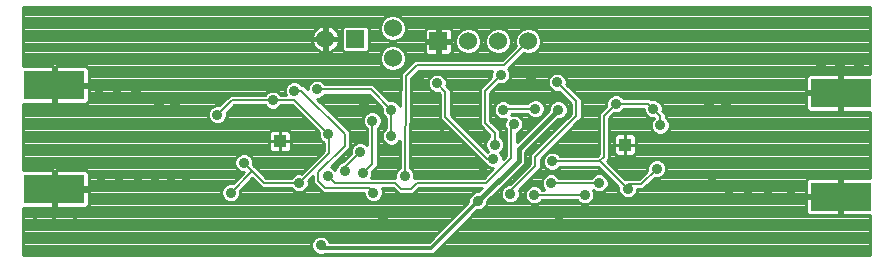
<source format=gbl>
G75*
G70*
%OFA0B0*%
%FSLAX24Y24*%
%IPPOS*%
%LPD*%
%AMOC8*
5,1,8,0,0,1.08239X$1,22.5*
%
%ADD10R,0.0436X0.0436*%
%ADD11R,0.0600X0.0600*%
%ADD12C,0.0600*%
%ADD13R,0.2000X0.0950*%
%ADD14C,0.0360*%
%ADD15C,0.0080*%
%ADD16C,0.0110*%
%ADD17C,0.0120*%
%ADD18C,0.0160*%
D10*
X009033Y004574D03*
X020541Y004460D03*
D11*
X014317Y007905D03*
X011557Y007985D03*
D12*
X010557Y007985D03*
X012797Y008345D03*
X015317Y007905D03*
X016317Y007905D03*
X017317Y007905D03*
X012797Y007345D03*
D13*
X001523Y006438D03*
X001523Y002979D03*
X027733Y002729D03*
X027733Y006188D03*
D14*
X025997Y006025D03*
X025317Y006025D03*
X024637Y006025D03*
X023917Y005825D03*
X023357Y005825D03*
X021717Y005105D03*
X021477Y005665D03*
X020237Y005825D03*
X018317Y005625D03*
X017557Y005665D03*
X016477Y005625D03*
X016837Y005145D03*
X016197Y004465D03*
X016157Y003985D03*
X015797Y003545D03*
X016717Y002825D03*
X017517Y002785D03*
X018077Y003185D03*
X019197Y002785D03*
X019677Y003185D03*
X020637Y002985D03*
X021597Y003665D03*
X023437Y003185D03*
X023997Y002945D03*
X024637Y002945D03*
X025317Y002945D03*
X026077Y002945D03*
X027077Y001825D03*
X027717Y001825D03*
X028357Y001825D03*
X022157Y001825D03*
X018357Y002105D03*
X015637Y002585D03*
X013197Y003425D03*
X011797Y003505D03*
X011197Y003585D03*
X010637Y003425D03*
X009677Y003185D03*
X007837Y003865D03*
X005917Y003425D03*
X005397Y003425D03*
X004877Y003425D03*
X004317Y003425D03*
X003677Y003185D03*
X003077Y003185D03*
X002197Y002145D03*
X001517Y002145D03*
X000877Y002145D03*
X007397Y002865D03*
X011717Y004225D03*
X012757Y004745D03*
X012117Y005265D03*
X012757Y005625D03*
X011837Y005825D03*
X010277Y006305D03*
X009517Y006265D03*
X008797Y005945D03*
X006957Y005465D03*
X005557Y005825D03*
X004997Y005825D03*
X004237Y006265D03*
X003597Y006305D03*
X002997Y006305D03*
X002157Y007305D03*
X001517Y007305D03*
X000877Y007305D03*
X007397Y006865D03*
X010657Y004805D03*
X014437Y004785D03*
X018117Y003905D03*
X012477Y002025D03*
X012157Y002865D03*
X010397Y001105D03*
X014277Y006505D03*
X013677Y006625D03*
X016397Y006785D03*
X017397Y006625D03*
X018277Y006545D03*
X022397Y008065D03*
X027077Y007065D03*
X027717Y007065D03*
X028357Y007065D03*
D15*
X021717Y005425D02*
X021717Y005105D01*
X021717Y005425D02*
X021477Y005665D01*
X021317Y005825D01*
X020237Y005825D01*
X019837Y005425D01*
X019837Y004065D01*
X019677Y003905D01*
X018117Y003905D01*
X019717Y003905D01*
X020637Y002985D01*
X020637Y003145D01*
X021077Y003145D01*
X021597Y003665D01*
X019677Y003185D02*
X018077Y003185D01*
X017517Y002785D02*
X019197Y002785D01*
X017557Y003745D02*
X016717Y002905D01*
X016717Y002825D01*
X015917Y003185D02*
X016757Y004025D01*
X016757Y005065D01*
X016837Y005145D01*
X016197Y004865D02*
X015877Y005185D01*
X015877Y006265D01*
X016397Y006785D01*
X016517Y007105D02*
X017317Y007905D01*
X016517Y007105D02*
X013597Y007105D01*
X013237Y006745D01*
X013197Y003425D01*
X012877Y003185D02*
X013077Y002985D01*
X013397Y002985D01*
X013597Y003185D01*
X015917Y003185D01*
X017557Y003745D02*
X017557Y004065D01*
X018917Y005425D01*
X018917Y005905D01*
X018277Y006545D01*
X017557Y005665D02*
X016517Y005665D01*
X016477Y005625D01*
X015957Y003985D02*
X014557Y005385D01*
X014557Y006225D01*
X014277Y006505D01*
X012757Y005625D02*
X012757Y004745D01*
X012117Y005265D02*
X012117Y003825D01*
X011797Y003505D01*
X011197Y003585D02*
X011197Y003705D01*
X011717Y004225D01*
X011197Y004425D02*
X010317Y003545D01*
X010317Y003265D01*
X010557Y003025D01*
X011997Y003025D01*
X012157Y002865D01*
X012877Y003185D02*
X010877Y003185D01*
X010637Y003425D01*
X010674Y004181D02*
X009677Y003185D01*
X008517Y003185D01*
X008117Y003585D01*
X007397Y002865D01*
X008117Y003585D02*
X007837Y003865D01*
X009517Y005945D02*
X010657Y004805D01*
X010677Y004785D01*
X010677Y004775D01*
X010674Y004771D01*
X010674Y004181D01*
X011197Y004425D02*
X011197Y004825D01*
X009757Y006265D01*
X009517Y006265D01*
X010277Y006305D02*
X012077Y006305D01*
X012757Y005625D01*
X009517Y005945D02*
X008797Y005945D01*
X007437Y005945D01*
X006957Y005465D01*
X015957Y003985D02*
X016157Y003985D01*
X016197Y004465D02*
X016197Y004865D01*
D16*
X000472Y002349D02*
X000472Y000780D01*
X028714Y000780D01*
X028714Y002099D01*
X027787Y002099D01*
X027787Y002674D01*
X027678Y002674D01*
X027678Y002099D01*
X026668Y002099D01*
X026578Y002189D01*
X026578Y002674D01*
X027677Y002674D01*
X027677Y002784D01*
X026578Y002784D01*
X026578Y003268D01*
X026668Y003359D01*
X027678Y003359D01*
X027678Y002784D01*
X027787Y002784D01*
X027787Y003359D01*
X028714Y003359D01*
X028714Y005558D01*
X027787Y005558D01*
X027787Y006133D01*
X027678Y006133D01*
X027678Y005558D01*
X026668Y005558D01*
X026578Y005649D01*
X026578Y006133D01*
X027677Y006133D01*
X027677Y006243D01*
X026578Y006243D01*
X026578Y006727D01*
X026668Y006818D01*
X027678Y006818D01*
X027678Y006243D01*
X027787Y006243D01*
X027787Y006818D01*
X028714Y006818D01*
X028714Y009040D01*
X000472Y009040D01*
X000472Y007068D01*
X001468Y007068D01*
X001468Y006493D01*
X001577Y006493D01*
X001577Y007068D01*
X002587Y007068D01*
X002678Y006977D01*
X002678Y006493D01*
X001578Y006493D01*
X001578Y006383D01*
X002678Y006383D01*
X002678Y005899D01*
X002587Y005808D01*
X001577Y005808D01*
X001577Y006383D01*
X001468Y006383D01*
X001468Y005808D01*
X000472Y005808D01*
X000472Y003609D01*
X001468Y003609D01*
X001468Y003034D01*
X001577Y003034D01*
X001577Y003609D01*
X002587Y003609D01*
X002678Y003518D01*
X002678Y003034D01*
X001578Y003034D01*
X001578Y002924D01*
X002678Y002924D01*
X002678Y002439D01*
X002587Y002349D01*
X001577Y002349D01*
X001577Y002924D01*
X001468Y002924D01*
X001468Y002349D01*
X000472Y002349D01*
X000472Y002288D02*
X015065Y002288D01*
X014956Y002180D02*
X000472Y002180D01*
X000472Y002071D02*
X014848Y002071D01*
X014739Y001963D02*
X000472Y001963D01*
X000472Y001854D02*
X014631Y001854D01*
X014522Y001746D02*
X000472Y001746D01*
X000472Y001637D02*
X014414Y001637D01*
X014305Y001529D02*
X000472Y001529D01*
X000472Y001420D02*
X014197Y001420D01*
X014088Y001311D02*
X010635Y001311D01*
X010664Y001283D02*
X010575Y001372D01*
X010459Y001420D01*
X010334Y001420D01*
X010218Y001372D01*
X010130Y001283D01*
X010082Y001167D01*
X010082Y001042D01*
X010130Y000926D01*
X010218Y000838D01*
X010334Y000790D01*
X010459Y000790D01*
X010556Y000830D01*
X010558Y000830D01*
X013996Y000830D01*
X014158Y000830D01*
X015598Y002270D01*
X015699Y002270D01*
X015815Y002318D01*
X015904Y002406D01*
X015952Y002522D01*
X015952Y002591D01*
X017084Y003690D01*
X017086Y003690D01*
X017148Y003751D01*
X017210Y003812D01*
X017210Y003814D01*
X017212Y003815D01*
X017212Y003903D01*
X017213Y003990D01*
X017212Y003992D01*
X017212Y004215D01*
X018306Y005310D01*
X018379Y005310D01*
X018495Y005358D01*
X018584Y005446D01*
X018632Y005562D01*
X018632Y005687D01*
X018584Y005803D01*
X018495Y005892D01*
X018379Y005940D01*
X018254Y005940D01*
X018138Y005892D01*
X018050Y005803D01*
X018002Y005687D01*
X018002Y005614D01*
X016932Y004544D01*
X016932Y004843D01*
X017015Y004878D01*
X017104Y004966D01*
X017152Y005082D01*
X017152Y005207D01*
X017104Y005323D01*
X017015Y005412D01*
X016899Y005460D01*
X016774Y005460D01*
X016744Y005447D01*
X016762Y005490D01*
X017288Y005490D01*
X017290Y005486D01*
X017378Y005398D01*
X017494Y005350D01*
X017619Y005350D01*
X017735Y005398D01*
X017824Y005486D01*
X017872Y005602D01*
X017872Y005727D01*
X017824Y005843D01*
X017735Y005932D01*
X017619Y005980D01*
X017494Y005980D01*
X017378Y005932D01*
X017290Y005843D01*
X017288Y005840D01*
X016707Y005840D01*
X016655Y005892D01*
X016539Y005940D01*
X016414Y005940D01*
X016298Y005892D01*
X016210Y005803D01*
X016162Y005687D01*
X016162Y005562D01*
X016210Y005446D01*
X016298Y005358D01*
X016414Y005310D01*
X016539Y005310D01*
X016569Y005322D01*
X016522Y005207D01*
X016522Y005082D01*
X016570Y004966D01*
X016582Y004954D01*
X016582Y004097D01*
X016472Y003987D01*
X016472Y004047D01*
X016424Y004163D01*
X016382Y004205D01*
X016464Y004286D01*
X016512Y004402D01*
X016512Y004527D01*
X016464Y004643D01*
X016375Y004732D01*
X016372Y004733D01*
X016372Y004792D01*
X016372Y004937D01*
X016052Y005257D01*
X016052Y006192D01*
X016331Y006471D01*
X016334Y006470D01*
X016459Y006470D01*
X016575Y006518D01*
X016664Y006606D01*
X016712Y006722D01*
X016712Y006847D01*
X018184Y006847D01*
X018214Y006860D02*
X018098Y006812D01*
X018010Y006723D01*
X017962Y006607D01*
X017962Y006482D01*
X018010Y006366D01*
X018098Y006278D01*
X018214Y006230D01*
X018339Y006230D01*
X018343Y006231D01*
X018742Y005832D01*
X018742Y005497D01*
X017382Y004137D01*
X017382Y003992D01*
X017382Y003817D01*
X016704Y003140D01*
X016654Y003140D01*
X016538Y003092D01*
X016450Y003003D01*
X016402Y002887D01*
X016402Y002762D01*
X016450Y002646D01*
X016538Y002558D01*
X016654Y002510D01*
X016779Y002510D01*
X016895Y002558D01*
X016984Y002646D01*
X017032Y002762D01*
X017032Y002887D01*
X017007Y002947D01*
X017629Y003570D01*
X017732Y003672D01*
X017732Y003992D01*
X018989Y005250D01*
X019092Y005352D01*
X019092Y005832D01*
X019092Y005977D01*
X018590Y006478D01*
X018592Y006482D01*
X018592Y006607D01*
X018544Y006723D01*
X018455Y006812D01*
X018339Y006860D01*
X018214Y006860D01*
X018369Y006847D02*
X028714Y006847D01*
X028714Y006956D02*
X016667Y006956D01*
X016664Y006963D02*
X016643Y006984D01*
X017159Y007499D01*
X017230Y007470D01*
X017403Y007470D01*
X017563Y007536D01*
X017686Y007658D01*
X017752Y007818D01*
X017752Y007991D01*
X017686Y008151D01*
X017563Y008273D01*
X017403Y008340D01*
X017230Y008340D01*
X017070Y008273D01*
X016948Y008151D01*
X016882Y007991D01*
X016882Y007818D01*
X016911Y007747D01*
X016444Y007280D01*
X013524Y007280D01*
X013422Y007177D01*
X013114Y006869D01*
X013063Y006819D01*
X013063Y006818D01*
X013062Y006817D01*
X013062Y006747D01*
X013050Y005740D01*
X013024Y005803D01*
X012935Y005892D01*
X012819Y005940D01*
X012694Y005940D01*
X012691Y005938D01*
X012149Y006480D01*
X012004Y006480D01*
X010545Y006480D01*
X010544Y006483D01*
X010455Y006572D01*
X010339Y006620D01*
X010214Y006620D01*
X010098Y006572D01*
X010010Y006483D01*
X009962Y006367D01*
X009962Y006307D01*
X009829Y006440D01*
X009785Y006440D01*
X009784Y006443D01*
X009695Y006532D01*
X009579Y006580D01*
X009454Y006580D01*
X009338Y006532D01*
X009250Y006443D01*
X009202Y006327D01*
X009202Y006202D01*
X009236Y006120D01*
X009065Y006120D01*
X009064Y006123D01*
X008975Y006212D01*
X008859Y006260D01*
X008734Y006260D01*
X008618Y006212D01*
X008530Y006123D01*
X008528Y006120D01*
X007364Y006120D01*
X007262Y006017D01*
X007023Y005778D01*
X007019Y005780D01*
X006894Y005780D01*
X006778Y005732D01*
X006690Y005643D01*
X006642Y005527D01*
X006642Y005402D01*
X006690Y005286D01*
X006778Y005198D01*
X006894Y005150D01*
X007019Y005150D01*
X007135Y005198D01*
X007224Y005286D01*
X007272Y005402D01*
X007272Y005527D01*
X007270Y005531D01*
X007509Y005770D01*
X008528Y005770D01*
X008530Y005766D01*
X008618Y005678D01*
X008734Y005630D01*
X008859Y005630D01*
X008975Y005678D01*
X009064Y005766D01*
X009065Y005770D01*
X009444Y005770D01*
X010343Y004871D01*
X010342Y004867D01*
X010342Y004742D01*
X010390Y004626D01*
X010478Y004538D01*
X010499Y004529D01*
X010499Y004254D01*
X009743Y003498D01*
X009739Y003500D01*
X009614Y003500D01*
X009498Y003452D01*
X009410Y003363D01*
X009408Y003360D01*
X008589Y003360D01*
X008292Y003657D01*
X008189Y003760D01*
X008150Y003798D01*
X008152Y003802D01*
X008152Y003927D01*
X008104Y004043D01*
X008015Y004132D01*
X007899Y004180D01*
X007774Y004180D01*
X007658Y004132D01*
X007570Y004043D01*
X007522Y003927D01*
X007522Y003802D01*
X007570Y003686D01*
X007658Y003598D01*
X007774Y003550D01*
X007834Y003550D01*
X007463Y003178D01*
X007459Y003180D01*
X007334Y003180D01*
X007218Y003132D01*
X007130Y003043D01*
X007082Y002927D01*
X007082Y002802D01*
X007130Y002686D01*
X007218Y002598D01*
X007334Y002550D01*
X007459Y002550D01*
X007575Y002598D01*
X007664Y002686D01*
X007712Y002802D01*
X007712Y002927D01*
X007710Y002931D01*
X008117Y003337D01*
X008342Y003112D01*
X008444Y003010D01*
X009408Y003010D01*
X009410Y003006D01*
X009498Y002918D01*
X009614Y002870D01*
X009739Y002870D01*
X009855Y002918D01*
X009944Y003006D01*
X009992Y003122D01*
X009992Y003247D01*
X009990Y003251D01*
X010142Y003402D01*
X010142Y003337D01*
X010142Y003192D01*
X010382Y002952D01*
X010484Y002850D01*
X011842Y002850D01*
X011842Y002802D01*
X011890Y002686D01*
X011978Y002598D01*
X012094Y002550D01*
X012219Y002550D01*
X012335Y002598D01*
X012424Y002686D01*
X012472Y002802D01*
X012472Y002927D01*
X012438Y003010D01*
X012804Y003010D01*
X012902Y002912D01*
X013004Y002810D01*
X013324Y002810D01*
X013469Y002810D01*
X013669Y003010D01*
X015766Y003010D01*
X015653Y002900D01*
X015574Y002900D01*
X015458Y002852D01*
X015370Y002763D01*
X015322Y002647D01*
X015322Y002545D01*
X013996Y001220D01*
X010690Y001220D01*
X010664Y001283D01*
X010158Y001311D02*
X000472Y001311D01*
X000472Y001203D02*
X010097Y001203D01*
X010082Y001094D02*
X000472Y001094D01*
X000472Y000986D02*
X010105Y000986D01*
X010179Y000877D02*
X000472Y000877D01*
X001468Y002397D02*
X001577Y002397D01*
X001577Y002505D02*
X001468Y002505D01*
X001468Y002614D02*
X001577Y002614D01*
X001577Y002723D02*
X001468Y002723D01*
X001468Y002831D02*
X001577Y002831D01*
X001578Y002940D02*
X007087Y002940D01*
X007082Y002831D02*
X002678Y002831D01*
X002678Y002723D02*
X007115Y002723D01*
X007202Y002614D02*
X002678Y002614D01*
X002678Y002505D02*
X015282Y002505D01*
X015322Y002614D02*
X012352Y002614D01*
X012439Y002723D02*
X015353Y002723D01*
X015438Y002831D02*
X013491Y002831D01*
X013599Y002940D02*
X015694Y002940D01*
X016200Y002831D02*
X016402Y002831D01*
X016418Y002723D02*
X016088Y002723D01*
X015976Y002614D02*
X016482Y002614D01*
X016952Y002614D02*
X017246Y002614D01*
X017250Y002606D02*
X017338Y002518D01*
X017454Y002470D01*
X017579Y002470D01*
X017695Y002518D01*
X017784Y002606D01*
X017785Y002610D01*
X018928Y002610D01*
X018930Y002606D01*
X019018Y002518D01*
X019134Y002470D01*
X019259Y002470D01*
X019375Y002518D01*
X019464Y002606D01*
X019512Y002722D01*
X019512Y002847D01*
X019472Y002944D01*
X019498Y002918D01*
X019614Y002870D01*
X019739Y002870D01*
X019855Y002918D01*
X019944Y003006D01*
X019992Y003122D01*
X019992Y003247D01*
X019944Y003363D01*
X019855Y003452D01*
X019739Y003500D01*
X019614Y003500D01*
X019498Y003452D01*
X019410Y003363D01*
X019408Y003360D01*
X018345Y003360D01*
X018344Y003363D01*
X018255Y003452D01*
X018139Y003500D01*
X018014Y003500D01*
X017898Y003452D01*
X017810Y003363D01*
X017762Y003247D01*
X017762Y003122D01*
X017810Y003006D01*
X017856Y002960D01*
X017785Y002960D01*
X017784Y002963D01*
X017695Y003052D01*
X017579Y003100D01*
X017454Y003100D01*
X017338Y003052D01*
X017250Y002963D01*
X017202Y002847D01*
X017202Y002722D01*
X017250Y002606D01*
X017202Y002723D02*
X017016Y002723D01*
X017032Y002831D02*
X017202Y002831D01*
X017240Y002940D02*
X017010Y002940D01*
X017108Y003048D02*
X017335Y003048D01*
X017216Y003157D02*
X017762Y003157D01*
X017769Y003265D02*
X017325Y003265D01*
X017434Y003374D02*
X017821Y003374D01*
X017973Y003482D02*
X017542Y003482D01*
X017651Y003591D02*
X018051Y003591D01*
X018054Y003590D02*
X018179Y003590D01*
X018295Y003638D01*
X018384Y003726D01*
X018385Y003730D01*
X019604Y003730D01*
X019644Y003730D01*
X020323Y003051D01*
X020322Y003047D01*
X020322Y002922D01*
X020370Y002806D01*
X020458Y002718D01*
X020574Y002670D01*
X020699Y002670D01*
X020815Y002718D01*
X020904Y002806D01*
X020952Y002922D01*
X020952Y002970D01*
X021149Y002970D01*
X021252Y003072D01*
X021531Y003351D01*
X021534Y003350D01*
X021659Y003350D01*
X021775Y003398D01*
X021864Y003486D01*
X021912Y003602D01*
X021912Y003727D01*
X021864Y003843D01*
X021775Y003932D01*
X021659Y003980D01*
X021534Y003980D01*
X021418Y003932D01*
X021330Y003843D01*
X021282Y003727D01*
X021282Y003602D01*
X021283Y003598D01*
X021004Y003320D01*
X020709Y003320D01*
X020564Y003320D01*
X020557Y003312D01*
X019944Y003925D01*
X020012Y003992D01*
X020012Y005352D01*
X020171Y005511D01*
X020174Y005510D01*
X020299Y005510D01*
X020415Y005558D01*
X020504Y005646D01*
X020505Y005650D01*
X021162Y005650D01*
X021162Y005602D01*
X021210Y005486D01*
X021298Y005398D01*
X021414Y005350D01*
X021516Y005350D01*
X021450Y005283D01*
X021402Y005167D01*
X021402Y005042D01*
X021450Y004926D01*
X021538Y004838D01*
X021654Y004790D01*
X021779Y004790D01*
X021895Y004838D01*
X021984Y004926D01*
X022032Y005042D01*
X022032Y005167D01*
X021984Y005283D01*
X021895Y005372D01*
X021892Y005373D01*
X021892Y005497D01*
X021790Y005598D01*
X021792Y005602D01*
X021792Y005727D01*
X021744Y005843D01*
X021655Y005932D01*
X021539Y005980D01*
X021414Y005980D01*
X021411Y005978D01*
X021389Y006000D01*
X021244Y006000D01*
X020505Y006000D01*
X020504Y006003D01*
X020415Y006092D01*
X020299Y006140D01*
X020174Y006140D01*
X020058Y006092D01*
X019970Y006003D01*
X019922Y005887D01*
X019922Y005762D01*
X019923Y005758D01*
X019662Y005497D01*
X019662Y005352D01*
X019662Y004137D01*
X019604Y004080D01*
X018385Y004080D01*
X018384Y004083D01*
X018295Y004172D01*
X018179Y004220D01*
X018054Y004220D01*
X017938Y004172D01*
X017850Y004083D01*
X017802Y003967D01*
X017802Y003842D01*
X017850Y003726D01*
X017938Y003638D01*
X018054Y003590D01*
X018183Y003591D02*
X019783Y003591D01*
X019781Y003482D02*
X019892Y003482D01*
X019933Y003374D02*
X020000Y003374D01*
X019984Y003265D02*
X020109Y003265D01*
X020217Y003157D02*
X019992Y003157D01*
X019961Y003048D02*
X020322Y003048D01*
X020322Y002940D02*
X019877Y002940D01*
X019512Y002831D02*
X020359Y002831D01*
X020453Y002723D02*
X019512Y002723D01*
X019467Y002614D02*
X026578Y002614D01*
X026578Y002505D02*
X019346Y002505D01*
X019047Y002505D02*
X017666Y002505D01*
X017367Y002505D02*
X015945Y002505D01*
X015895Y002397D02*
X026578Y002397D01*
X026578Y002288D02*
X015745Y002288D01*
X015508Y002180D02*
X026587Y002180D01*
X027678Y002180D02*
X027787Y002180D01*
X027787Y002288D02*
X027678Y002288D01*
X027678Y002397D02*
X027787Y002397D01*
X027787Y002505D02*
X027678Y002505D01*
X027678Y002614D02*
X027787Y002614D01*
X027677Y002723D02*
X020820Y002723D01*
X020914Y002831D02*
X026578Y002831D01*
X026578Y002940D02*
X020952Y002940D01*
X021228Y003048D02*
X026578Y003048D01*
X026578Y003157D02*
X021336Y003157D01*
X021445Y003265D02*
X026578Y003265D01*
X027678Y003265D02*
X027787Y003265D01*
X027787Y003157D02*
X027678Y003157D01*
X027678Y003048D02*
X027787Y003048D01*
X027787Y002940D02*
X027678Y002940D01*
X027678Y002831D02*
X027787Y002831D01*
X028714Y003374D02*
X021718Y003374D01*
X021860Y003482D02*
X028714Y003482D01*
X028714Y003591D02*
X021907Y003591D01*
X021912Y003699D02*
X028714Y003699D01*
X028714Y003808D02*
X021878Y003808D01*
X021790Y003917D02*
X028714Y003917D01*
X028714Y004025D02*
X020012Y004025D01*
X020012Y004134D02*
X020212Y004134D01*
X020168Y004178D02*
X020259Y004087D01*
X020537Y004087D01*
X020537Y004456D01*
X020545Y004456D01*
X020545Y004087D01*
X020823Y004087D01*
X020914Y004178D01*
X020914Y004456D01*
X020545Y004456D01*
X020545Y004464D01*
X020914Y004464D01*
X020914Y004743D01*
X020823Y004833D01*
X020545Y004833D01*
X020545Y004465D01*
X020537Y004465D01*
X020537Y004833D01*
X020259Y004833D01*
X020168Y004743D01*
X020168Y004464D01*
X020537Y004464D01*
X020537Y004456D01*
X020168Y004456D01*
X020168Y004178D01*
X020168Y004242D02*
X020012Y004242D01*
X020012Y004351D02*
X020168Y004351D01*
X020012Y004459D02*
X020537Y004459D01*
X020545Y004459D02*
X028714Y004459D01*
X028714Y004351D02*
X020914Y004351D01*
X020914Y004242D02*
X028714Y004242D01*
X028714Y004134D02*
X020870Y004134D01*
X020545Y004134D02*
X020537Y004134D01*
X020537Y004242D02*
X020545Y004242D01*
X020537Y004351D02*
X020545Y004351D01*
X020537Y004568D02*
X020545Y004568D01*
X020537Y004676D02*
X020545Y004676D01*
X020537Y004785D02*
X020545Y004785D01*
X020872Y004785D02*
X028714Y004785D01*
X028714Y004893D02*
X021951Y004893D01*
X022015Y005002D02*
X028714Y005002D01*
X028714Y005111D02*
X022032Y005111D01*
X022010Y005219D02*
X028714Y005219D01*
X028714Y005328D02*
X021939Y005328D01*
X021892Y005436D02*
X028714Y005436D01*
X028714Y005545D02*
X021844Y005545D01*
X021792Y005653D02*
X026578Y005653D01*
X026578Y005762D02*
X021778Y005762D01*
X021717Y005870D02*
X026578Y005870D01*
X026578Y005979D02*
X021541Y005979D01*
X021413Y005979D02*
X021410Y005979D01*
X020419Y006087D02*
X026578Y006087D01*
X026578Y006304D02*
X018764Y006304D01*
X018873Y006196D02*
X027677Y006196D01*
X027678Y006304D02*
X027787Y006304D01*
X027787Y006413D02*
X027678Y006413D01*
X027678Y006522D02*
X027787Y006522D01*
X027787Y006630D02*
X027678Y006630D01*
X027678Y006739D02*
X027787Y006739D01*
X028714Y007064D02*
X016724Y007064D01*
X016664Y006963D02*
X016712Y006847D01*
X016712Y006739D02*
X018025Y006739D01*
X017971Y006630D02*
X016674Y006630D01*
X016579Y006522D02*
X017962Y006522D01*
X017990Y006413D02*
X016273Y006413D01*
X016164Y006304D02*
X018071Y006304D01*
X018378Y006196D02*
X016056Y006196D01*
X016052Y006087D02*
X018486Y006087D01*
X018595Y005979D02*
X017621Y005979D01*
X017493Y005979D02*
X016052Y005979D01*
X016052Y005870D02*
X016277Y005870D01*
X016193Y005762D02*
X016052Y005762D01*
X016052Y005653D02*
X016162Y005653D01*
X016169Y005545D02*
X016052Y005545D01*
X016052Y005436D02*
X016220Y005436D01*
X016371Y005328D02*
X016052Y005328D01*
X016090Y005219D02*
X016527Y005219D01*
X016522Y005111D02*
X016198Y005111D01*
X016022Y004792D02*
X015804Y005010D01*
X015702Y005112D01*
X015702Y006192D01*
X015702Y006337D01*
X016083Y006718D01*
X016082Y006722D01*
X016082Y006847D01*
X013587Y006847D01*
X013669Y006930D02*
X016116Y006930D01*
X016082Y006847D01*
X016082Y006739D02*
X014488Y006739D01*
X014455Y006772D02*
X014339Y006820D01*
X014214Y006820D01*
X014098Y006772D01*
X014010Y006683D01*
X013962Y006567D01*
X013962Y006442D01*
X014010Y006326D01*
X014098Y006238D01*
X014214Y006190D01*
X014339Y006190D01*
X014343Y006191D01*
X014382Y006152D01*
X014382Y005312D01*
X014484Y005210D01*
X015884Y003810D01*
X015888Y003810D01*
X015890Y003806D01*
X015978Y003718D01*
X016094Y003670D01*
X016154Y003670D01*
X015844Y003360D01*
X013524Y003360D01*
X013501Y003336D01*
X013512Y003362D01*
X013512Y003487D01*
X013464Y003603D01*
X013375Y003692D01*
X013411Y006671D01*
X013669Y006930D01*
X013309Y007064D02*
X013132Y007064D01*
X013166Y007098D02*
X013232Y007258D01*
X013232Y007431D01*
X013166Y007591D01*
X013043Y007713D01*
X012883Y007780D01*
X012710Y007780D01*
X012550Y007713D01*
X012428Y007591D01*
X012362Y007431D01*
X012362Y007258D01*
X012428Y007098D01*
X012550Y006976D01*
X012710Y006910D01*
X012883Y006910D01*
X013043Y006976D01*
X013166Y007098D01*
X013196Y007173D02*
X013418Y007173D01*
X013232Y007281D02*
X016446Y007281D01*
X016555Y007390D02*
X013232Y007390D01*
X013204Y007498D02*
X013904Y007498D01*
X013862Y007540D02*
X013953Y007450D01*
X014272Y007450D01*
X014272Y007859D01*
X014362Y007859D01*
X014362Y007450D01*
X014681Y007450D01*
X014772Y007540D01*
X014772Y007859D01*
X014362Y007859D01*
X014362Y007950D01*
X014272Y007950D01*
X014272Y008360D01*
X013953Y008360D01*
X013862Y008269D01*
X013862Y007950D01*
X014272Y007950D01*
X014272Y007859D01*
X013862Y007859D01*
X013862Y007540D01*
X013862Y007607D02*
X013150Y007607D01*
X013038Y007716D02*
X013862Y007716D01*
X013862Y007824D02*
X011992Y007824D01*
X011992Y007716D02*
X012556Y007716D01*
X012444Y007607D02*
X011970Y007607D01*
X011992Y007629D02*
X011992Y008340D01*
X011913Y008420D01*
X011201Y008420D01*
X011122Y008340D01*
X011122Y007629D01*
X011201Y007550D01*
X011913Y007550D01*
X011992Y007629D01*
X012390Y007498D02*
X000472Y007498D01*
X000472Y007390D02*
X012362Y007390D01*
X012362Y007281D02*
X000472Y007281D01*
X000472Y007173D02*
X012397Y007173D01*
X012462Y007064D02*
X002591Y007064D01*
X002678Y006956D02*
X012599Y006956D01*
X012995Y006956D02*
X013201Y006956D01*
X013091Y006847D02*
X002678Y006847D01*
X002678Y006739D02*
X013062Y006739D01*
X013060Y006630D02*
X002678Y006630D01*
X002678Y006522D02*
X009328Y006522D01*
X009237Y006413D02*
X001578Y006413D01*
X001577Y006522D02*
X001468Y006522D01*
X001468Y006630D02*
X001577Y006630D01*
X001577Y006739D02*
X001468Y006739D01*
X001468Y006847D02*
X001577Y006847D01*
X001577Y006956D02*
X001468Y006956D01*
X001468Y007064D02*
X001577Y007064D01*
X000472Y007607D02*
X010291Y007607D01*
X010299Y007599D02*
X010466Y007530D01*
X010512Y007530D01*
X010512Y007939D01*
X010602Y007939D01*
X010602Y007530D01*
X010647Y007530D01*
X010815Y007599D01*
X010943Y007727D01*
X011012Y007894D01*
X011012Y007939D01*
X010602Y007939D01*
X010602Y008030D01*
X010512Y008030D01*
X010512Y008440D01*
X010466Y008440D01*
X010299Y008370D01*
X010171Y008242D01*
X010102Y008075D01*
X010102Y008030D01*
X010512Y008030D01*
X010512Y007939D01*
X010102Y007939D01*
X010102Y007894D01*
X010171Y007727D01*
X010299Y007599D01*
X010512Y007607D02*
X010602Y007607D01*
X010602Y007716D02*
X010512Y007716D01*
X010512Y007824D02*
X010602Y007824D01*
X010602Y007933D02*
X010512Y007933D01*
X010512Y008041D02*
X010602Y008041D01*
X010602Y008030D02*
X010602Y008440D01*
X010647Y008440D01*
X010815Y008370D01*
X010943Y008242D01*
X011012Y008075D01*
X011012Y008030D01*
X010602Y008030D01*
X010602Y008150D02*
X010512Y008150D01*
X010512Y008258D02*
X010602Y008258D01*
X010602Y008367D02*
X010512Y008367D01*
X010296Y008367D02*
X000472Y008367D01*
X000472Y008475D02*
X012380Y008475D01*
X012362Y008431D02*
X012362Y008258D01*
X012428Y008098D01*
X012550Y007976D01*
X012710Y007910D01*
X012883Y007910D01*
X013043Y007976D01*
X013166Y008098D01*
X013232Y008258D01*
X013232Y008431D01*
X013166Y008591D01*
X013043Y008713D01*
X012883Y008780D01*
X012710Y008780D01*
X012550Y008713D01*
X012428Y008591D01*
X012362Y008431D01*
X012362Y008367D02*
X011965Y008367D01*
X011992Y008258D02*
X012362Y008258D01*
X012407Y008150D02*
X011992Y008150D01*
X011992Y008041D02*
X012485Y008041D01*
X012655Y007933D02*
X011992Y007933D01*
X011122Y007933D02*
X011012Y007933D01*
X011012Y008041D02*
X011122Y008041D01*
X011122Y008150D02*
X010981Y008150D01*
X010927Y008258D02*
X011122Y008258D01*
X011148Y008367D02*
X010818Y008367D01*
X010187Y008258D02*
X000472Y008258D01*
X000472Y008150D02*
X010133Y008150D01*
X010102Y008041D02*
X000472Y008041D01*
X000472Y007933D02*
X010102Y007933D01*
X010131Y007824D02*
X000472Y007824D01*
X000472Y007716D02*
X010182Y007716D01*
X010823Y007607D02*
X011143Y007607D01*
X011122Y007716D02*
X010931Y007716D01*
X010983Y007824D02*
X011122Y007824D01*
X012939Y007933D02*
X014272Y007933D01*
X014362Y007933D02*
X014882Y007933D01*
X014882Y007991D02*
X014882Y007818D01*
X014948Y007658D01*
X015070Y007536D01*
X015230Y007470D01*
X015403Y007470D01*
X015563Y007536D01*
X015686Y007658D01*
X015752Y007818D01*
X015752Y007991D01*
X015686Y008151D01*
X015563Y008273D01*
X015403Y008340D01*
X015230Y008340D01*
X015070Y008273D01*
X014948Y008151D01*
X014882Y007991D01*
X014903Y008041D02*
X014772Y008041D01*
X014772Y007950D02*
X014362Y007950D01*
X014362Y008360D01*
X014681Y008360D01*
X014772Y008269D01*
X014772Y007950D01*
X014772Y007824D02*
X014882Y007824D01*
X014924Y007716D02*
X014772Y007716D01*
X014772Y007607D02*
X014999Y007607D01*
X015161Y007498D02*
X014730Y007498D01*
X014362Y007498D02*
X014272Y007498D01*
X014272Y007607D02*
X014362Y007607D01*
X014362Y007716D02*
X014272Y007716D01*
X014272Y007824D02*
X014362Y007824D01*
X014362Y008041D02*
X014272Y008041D01*
X014272Y008150D02*
X014362Y008150D01*
X014362Y008258D02*
X014272Y008258D01*
X014772Y008258D02*
X015055Y008258D01*
X014948Y008150D02*
X014772Y008150D01*
X015578Y008258D02*
X016055Y008258D01*
X016070Y008273D02*
X015948Y008151D01*
X015882Y007991D01*
X015882Y007818D01*
X015948Y007658D01*
X016070Y007536D01*
X016230Y007470D01*
X016403Y007470D01*
X016563Y007536D01*
X016686Y007658D01*
X016752Y007818D01*
X016752Y007991D01*
X016686Y008151D01*
X016563Y008273D01*
X016403Y008340D01*
X016230Y008340D01*
X016070Y008273D01*
X015948Y008150D02*
X015686Y008150D01*
X015731Y008041D02*
X015903Y008041D01*
X015882Y007933D02*
X015752Y007933D01*
X015752Y007824D02*
X015882Y007824D01*
X015924Y007716D02*
X015709Y007716D01*
X015634Y007607D02*
X015999Y007607D01*
X016161Y007498D02*
X015473Y007498D01*
X016473Y007498D02*
X016663Y007498D01*
X017050Y007390D02*
X028714Y007390D01*
X028714Y007498D02*
X017473Y007498D01*
X017161Y007498D02*
X017158Y007498D01*
X016941Y007281D02*
X028714Y007281D01*
X028714Y007173D02*
X016833Y007173D01*
X016772Y007607D02*
X016634Y007607D01*
X016709Y007716D02*
X016880Y007716D01*
X016882Y007824D02*
X016752Y007824D01*
X016752Y007933D02*
X016882Y007933D01*
X016903Y008041D02*
X016731Y008041D01*
X016686Y008150D02*
X016948Y008150D01*
X017055Y008258D02*
X016578Y008258D01*
X017578Y008258D02*
X028714Y008258D01*
X028714Y008150D02*
X017686Y008150D01*
X017731Y008041D02*
X028714Y008041D01*
X028714Y007933D02*
X017752Y007933D01*
X017752Y007824D02*
X028714Y007824D01*
X028714Y007716D02*
X017709Y007716D01*
X017634Y007607D02*
X028714Y007607D01*
X028714Y008367D02*
X013232Y008367D01*
X013232Y008258D02*
X013862Y008258D01*
X013862Y008150D02*
X013187Y008150D01*
X013109Y008041D02*
X013862Y008041D01*
X013214Y008475D02*
X028714Y008475D01*
X028714Y008584D02*
X013169Y008584D01*
X013064Y008692D02*
X028714Y008692D01*
X028714Y008801D02*
X000472Y008801D01*
X000472Y008692D02*
X012530Y008692D01*
X012425Y008584D02*
X000472Y008584D01*
X000472Y008910D02*
X028714Y008910D01*
X028714Y009018D02*
X000472Y009018D01*
X001468Y006304D02*
X001577Y006304D01*
X001577Y006196D02*
X001468Y006196D01*
X001468Y006087D02*
X001577Y006087D01*
X001577Y005979D02*
X001468Y005979D01*
X001468Y005870D02*
X001577Y005870D01*
X002649Y005870D02*
X007115Y005870D01*
X007224Y005979D02*
X002678Y005979D01*
X002678Y006087D02*
X007332Y006087D01*
X007262Y006017D02*
X007262Y006017D01*
X007501Y005762D02*
X008534Y005762D01*
X008677Y005653D02*
X007393Y005653D01*
X007284Y005545D02*
X009669Y005545D01*
X009561Y005653D02*
X008917Y005653D01*
X009060Y005762D02*
X009452Y005762D01*
X009778Y005436D02*
X007272Y005436D01*
X007241Y005328D02*
X009886Y005328D01*
X009995Y005219D02*
X007157Y005219D01*
X006757Y005219D02*
X000472Y005219D01*
X000472Y005111D02*
X010103Y005111D01*
X010212Y005002D02*
X000472Y005002D01*
X000472Y004893D02*
X008697Y004893D01*
X008660Y004857D02*
X008660Y004579D01*
X009029Y004579D01*
X009029Y004948D01*
X008751Y004948D01*
X008660Y004857D01*
X008660Y004785D02*
X000472Y004785D01*
X000472Y004676D02*
X008660Y004676D01*
X008660Y004570D02*
X008660Y004292D01*
X008751Y004201D01*
X009029Y004201D01*
X009029Y004570D01*
X009037Y004570D01*
X009037Y004201D01*
X009316Y004201D01*
X009406Y004292D01*
X009406Y004570D01*
X009038Y004570D01*
X009038Y004579D01*
X009406Y004579D01*
X009406Y004857D01*
X009316Y004948D01*
X009037Y004948D01*
X009037Y004579D01*
X009029Y004579D01*
X009029Y004570D01*
X008660Y004570D01*
X008660Y004568D02*
X000472Y004568D01*
X000472Y004459D02*
X008660Y004459D01*
X008660Y004351D02*
X000472Y004351D01*
X000472Y004242D02*
X008710Y004242D01*
X009029Y004242D02*
X009037Y004242D01*
X009029Y004351D02*
X009037Y004351D01*
X009029Y004459D02*
X009037Y004459D01*
X009029Y004568D02*
X009037Y004568D01*
X009029Y004676D02*
X009037Y004676D01*
X009029Y004785D02*
X009037Y004785D01*
X009029Y004893D02*
X009037Y004893D01*
X009370Y004893D02*
X010321Y004893D01*
X010342Y004785D02*
X009406Y004785D01*
X009406Y004676D02*
X010369Y004676D01*
X010448Y004568D02*
X009406Y004568D01*
X009406Y004459D02*
X010499Y004459D01*
X010499Y004351D02*
X009406Y004351D01*
X009356Y004242D02*
X010487Y004242D01*
X010378Y004134D02*
X008010Y004134D01*
X008111Y004025D02*
X010270Y004025D01*
X010161Y003917D02*
X008152Y003917D01*
X008152Y003808D02*
X010053Y003808D01*
X009944Y003699D02*
X008249Y003699D01*
X008189Y003760D02*
X008189Y003760D01*
X008358Y003591D02*
X009836Y003591D01*
X009573Y003482D02*
X008466Y003482D01*
X008575Y003374D02*
X009421Y003374D01*
X010005Y003265D02*
X010142Y003265D01*
X010142Y003374D02*
X010114Y003374D01*
X010177Y003157D02*
X009992Y003157D01*
X009961Y003048D02*
X010286Y003048D01*
X010394Y002940D02*
X009877Y002940D01*
X009476Y002940D02*
X007719Y002940D01*
X007712Y002831D02*
X011842Y002831D01*
X011875Y002723D02*
X007679Y002723D01*
X007592Y002614D02*
X011962Y002614D01*
X012472Y002831D02*
X012983Y002831D01*
X012902Y002912D02*
X012902Y002912D01*
X012874Y002940D02*
X012467Y002940D01*
X012078Y003360D02*
X012112Y003442D01*
X012112Y003567D01*
X012110Y003571D01*
X012292Y003752D01*
X012292Y003897D01*
X012292Y004996D01*
X012295Y004998D01*
X012384Y005086D01*
X012432Y005202D01*
X012432Y005327D01*
X012384Y005443D01*
X012295Y005532D01*
X012179Y005580D01*
X012054Y005580D01*
X011938Y005532D01*
X011850Y005443D01*
X011802Y005327D01*
X011802Y005202D01*
X011850Y005086D01*
X011938Y004998D01*
X011942Y004996D01*
X011942Y004445D01*
X011895Y004492D01*
X011779Y004540D01*
X011654Y004540D01*
X011538Y004492D01*
X011450Y004403D01*
X011402Y004287D01*
X011402Y004162D01*
X011403Y004158D01*
X011144Y003900D01*
X011134Y003900D01*
X011018Y003852D01*
X010930Y003763D01*
X010882Y003647D01*
X010882Y003625D01*
X010815Y003692D01*
X010742Y003722D01*
X011372Y004352D01*
X011372Y004497D01*
X011372Y004897D01*
X011269Y005000D01*
X010279Y005990D01*
X010339Y005990D01*
X010455Y006038D01*
X010544Y006126D01*
X010545Y006130D01*
X012004Y006130D01*
X012443Y005691D01*
X012442Y005687D01*
X012442Y005562D01*
X012490Y005446D01*
X012578Y005358D01*
X012582Y005356D01*
X012582Y005013D01*
X012578Y005012D01*
X012490Y004923D01*
X012442Y004807D01*
X012442Y004682D01*
X012490Y004566D01*
X012578Y004478D01*
X012694Y004430D01*
X012819Y004430D01*
X012935Y004478D01*
X013024Y004566D01*
X013036Y004595D01*
X013025Y003694D01*
X013018Y003692D01*
X012930Y003603D01*
X012882Y003487D01*
X012882Y003362D01*
X012883Y003360D01*
X012078Y003360D01*
X012084Y003374D02*
X012882Y003374D01*
X012882Y003482D02*
X012112Y003482D01*
X012131Y003591D02*
X012925Y003591D01*
X013025Y003699D02*
X012239Y003699D01*
X012292Y003808D02*
X013026Y003808D01*
X013028Y003917D02*
X012292Y003917D01*
X012292Y004025D02*
X013029Y004025D01*
X013030Y004134D02*
X012292Y004134D01*
X012292Y004242D02*
X013032Y004242D01*
X013033Y004351D02*
X012292Y004351D01*
X012292Y004459D02*
X012622Y004459D01*
X012489Y004568D02*
X012292Y004568D01*
X012292Y004676D02*
X012444Y004676D01*
X012442Y004785D02*
X012292Y004785D01*
X012292Y004893D02*
X012478Y004893D01*
X012569Y005002D02*
X012300Y005002D01*
X011934Y005002D02*
X011267Y005002D01*
X011372Y004893D02*
X011942Y004893D01*
X011942Y004785D02*
X011372Y004785D01*
X011372Y004676D02*
X011942Y004676D01*
X011942Y004568D02*
X011372Y004568D01*
X011372Y004459D02*
X011506Y004459D01*
X011428Y004351D02*
X011370Y004351D01*
X011402Y004242D02*
X011262Y004242D01*
X011153Y004134D02*
X011378Y004134D01*
X011270Y004025D02*
X011045Y004025D01*
X010936Y003917D02*
X011161Y003917D01*
X010975Y003808D02*
X010828Y003808D01*
X010796Y003699D02*
X010904Y003699D01*
X011928Y004459D02*
X011942Y004459D01*
X012891Y004459D02*
X013034Y004459D01*
X013025Y004568D02*
X013036Y004568D01*
X013386Y004568D02*
X015126Y004568D01*
X015018Y004676D02*
X013387Y004676D01*
X013388Y004785D02*
X014909Y004785D01*
X014800Y004893D02*
X013389Y004893D01*
X013391Y005002D02*
X014692Y005002D01*
X014583Y005111D02*
X013392Y005111D01*
X013393Y005219D02*
X014475Y005219D01*
X014382Y005328D02*
X013395Y005328D01*
X013396Y005436D02*
X014382Y005436D01*
X014382Y005545D02*
X013397Y005545D01*
X013399Y005653D02*
X014382Y005653D01*
X014382Y005762D02*
X013400Y005762D01*
X013401Y005870D02*
X014382Y005870D01*
X014382Y005979D02*
X013403Y005979D01*
X013404Y006087D02*
X014382Y006087D01*
X014199Y006196D02*
X013405Y006196D01*
X013406Y006304D02*
X014031Y006304D01*
X013974Y006413D02*
X013408Y006413D01*
X013409Y006522D02*
X013962Y006522D01*
X013988Y006630D02*
X013410Y006630D01*
X013478Y006739D02*
X014065Y006739D01*
X014455Y006772D02*
X014544Y006683D01*
X014592Y006567D01*
X014592Y006442D01*
X014590Y006438D01*
X014732Y006297D01*
X014732Y006152D01*
X014732Y005457D01*
X015958Y004231D01*
X015971Y004245D01*
X015930Y004286D01*
X015882Y004402D01*
X015882Y004527D01*
X015930Y004643D01*
X016018Y004732D01*
X016022Y004733D01*
X016022Y004792D01*
X016022Y004785D02*
X015404Y004785D01*
X015295Y004893D02*
X015920Y004893D01*
X015812Y005002D02*
X015187Y005002D01*
X015078Y005111D02*
X015703Y005111D01*
X015702Y005219D02*
X014970Y005219D01*
X014861Y005328D02*
X015702Y005328D01*
X015702Y005436D02*
X014753Y005436D01*
X014732Y005545D02*
X015702Y005545D01*
X015702Y005653D02*
X014732Y005653D01*
X014732Y005762D02*
X015702Y005762D01*
X015702Y005870D02*
X014732Y005870D01*
X014732Y005979D02*
X015702Y005979D01*
X015702Y006087D02*
X014732Y006087D01*
X014732Y006196D02*
X015702Y006196D01*
X015702Y006304D02*
X014724Y006304D01*
X014616Y006413D02*
X015778Y006413D01*
X015886Y006522D02*
X014592Y006522D01*
X014566Y006630D02*
X015995Y006630D01*
X016677Y005870D02*
X017317Y005870D01*
X017797Y005870D02*
X018117Y005870D01*
X018033Y005762D02*
X017858Y005762D01*
X017872Y005653D02*
X018002Y005653D01*
X017933Y005545D02*
X017848Y005545D01*
X017824Y005436D02*
X017774Y005436D01*
X017716Y005328D02*
X017099Y005328D01*
X017147Y005219D02*
X017607Y005219D01*
X017499Y005111D02*
X017152Y005111D01*
X017119Y005002D02*
X017390Y005002D01*
X017282Y004893D02*
X017031Y004893D01*
X016932Y004785D02*
X017173Y004785D01*
X017065Y004676D02*
X016932Y004676D01*
X016932Y004568D02*
X016956Y004568D01*
X016582Y004568D02*
X016495Y004568D01*
X016512Y004459D02*
X016582Y004459D01*
X016582Y004351D02*
X016491Y004351D01*
X016420Y004242D02*
X016582Y004242D01*
X016582Y004134D02*
X016436Y004134D01*
X016472Y004025D02*
X016510Y004025D01*
X015969Y004242D02*
X015947Y004242D01*
X015903Y004351D02*
X015838Y004351D01*
X015882Y004459D02*
X015730Y004459D01*
X015621Y004568D02*
X015899Y004568D01*
X015963Y004676D02*
X015513Y004676D01*
X015235Y004459D02*
X013384Y004459D01*
X013383Y004351D02*
X015343Y004351D01*
X015452Y004242D02*
X013382Y004242D01*
X013380Y004134D02*
X015560Y004134D01*
X015669Y004025D02*
X013379Y004025D01*
X013378Y003917D02*
X015777Y003917D01*
X015889Y003808D02*
X013376Y003808D01*
X013375Y003699D02*
X016022Y003699D01*
X016076Y003591D02*
X013469Y003591D01*
X013512Y003482D02*
X015967Y003482D01*
X015859Y003374D02*
X013512Y003374D01*
X013375Y003692D02*
X013375Y003692D01*
X016311Y002940D02*
X016424Y002940D01*
X016423Y003048D02*
X016495Y003048D01*
X016535Y003157D02*
X016722Y003157D01*
X016647Y003265D02*
X016830Y003265D01*
X016759Y003374D02*
X016939Y003374D01*
X016871Y003482D02*
X017047Y003482D01*
X016982Y003591D02*
X017156Y003591D01*
X017096Y003699D02*
X017264Y003699D01*
X017732Y003699D02*
X017876Y003699D01*
X017816Y003808D02*
X017732Y003808D01*
X017732Y003917D02*
X017802Y003917D01*
X017826Y004025D02*
X017765Y004025D01*
X017873Y004134D02*
X017900Y004134D01*
X017982Y004242D02*
X019662Y004242D01*
X019658Y004134D02*
X018333Y004134D01*
X018090Y004351D02*
X019662Y004351D01*
X019662Y004459D02*
X018199Y004459D01*
X018308Y004568D02*
X019662Y004568D01*
X019662Y004676D02*
X018416Y004676D01*
X018525Y004785D02*
X019662Y004785D01*
X019662Y004893D02*
X018633Y004893D01*
X018742Y005002D02*
X019662Y005002D01*
X020012Y005002D02*
X021418Y005002D01*
X021482Y004893D02*
X020012Y004893D01*
X020012Y004785D02*
X020210Y004785D01*
X020168Y004676D02*
X020012Y004676D01*
X020012Y004568D02*
X020168Y004568D01*
X020914Y004568D02*
X028714Y004568D01*
X028714Y004676D02*
X020914Y004676D01*
X021402Y005111D02*
X020012Y005111D01*
X020012Y005219D02*
X021423Y005219D01*
X021494Y005328D02*
X020012Y005328D01*
X020096Y005436D02*
X021260Y005436D01*
X021186Y005545D02*
X020384Y005545D01*
X019818Y005653D02*
X019092Y005653D01*
X019092Y005545D02*
X019709Y005545D01*
X019662Y005436D02*
X019092Y005436D01*
X019067Y005328D02*
X019662Y005328D01*
X019662Y005219D02*
X018959Y005219D01*
X018850Y005111D02*
X019662Y005111D01*
X018681Y005436D02*
X018574Y005436D01*
X018572Y005328D02*
X018423Y005328D01*
X018464Y005219D02*
X018215Y005219D01*
X018107Y005111D02*
X018355Y005111D01*
X018247Y005002D02*
X017998Y005002D01*
X017890Y004893D02*
X018138Y004893D01*
X018030Y004785D02*
X017781Y004785D01*
X017673Y004676D02*
X017921Y004676D01*
X017813Y004568D02*
X017564Y004568D01*
X017456Y004459D02*
X017704Y004459D01*
X017596Y004351D02*
X017347Y004351D01*
X017239Y004242D02*
X017487Y004242D01*
X017382Y004134D02*
X017212Y004134D01*
X017212Y004025D02*
X017382Y004025D01*
X017382Y003917D02*
X017212Y003917D01*
X017206Y003808D02*
X017373Y003808D01*
X018181Y003482D02*
X019573Y003482D01*
X019421Y003374D02*
X018333Y003374D01*
X018357Y003699D02*
X019674Y003699D01*
X020061Y003808D02*
X021315Y003808D01*
X021403Y003917D02*
X019952Y003917D01*
X020169Y003699D02*
X021282Y003699D01*
X021276Y003591D02*
X020278Y003591D01*
X020386Y003482D02*
X021167Y003482D01*
X021059Y003374D02*
X020495Y003374D01*
X019476Y002940D02*
X019474Y002940D01*
X017792Y003048D02*
X017699Y003048D01*
X015174Y002397D02*
X002635Y002397D01*
X002678Y003048D02*
X007135Y003048D01*
X007279Y003157D02*
X002678Y003157D01*
X002678Y003265D02*
X007550Y003265D01*
X007659Y003374D02*
X002678Y003374D01*
X002678Y003482D02*
X007767Y003482D01*
X007674Y003591D02*
X002604Y003591D01*
X001577Y003591D02*
X001468Y003591D01*
X001468Y003482D02*
X001577Y003482D01*
X001577Y003374D02*
X001468Y003374D01*
X001468Y003265D02*
X001577Y003265D01*
X001577Y003157D02*
X001468Y003157D01*
X001468Y003048D02*
X001577Y003048D01*
X000472Y003699D02*
X007564Y003699D01*
X007522Y003808D02*
X000472Y003808D01*
X000472Y003917D02*
X007522Y003917D01*
X007562Y004025D02*
X000472Y004025D01*
X000472Y004134D02*
X007663Y004134D01*
X008045Y003265D02*
X008189Y003265D01*
X008297Y003157D02*
X007936Y003157D01*
X007828Y003048D02*
X008406Y003048D01*
X014422Y001094D02*
X028714Y001094D01*
X028714Y000986D02*
X014314Y000986D01*
X014205Y000877D02*
X028714Y000877D01*
X028714Y001203D02*
X014531Y001203D01*
X014639Y001311D02*
X028714Y001311D01*
X028714Y001420D02*
X014748Y001420D01*
X014857Y001529D02*
X028714Y001529D01*
X028714Y001637D02*
X014965Y001637D01*
X015074Y001746D02*
X028714Y001746D01*
X028714Y001854D02*
X015182Y001854D01*
X015291Y001963D02*
X028714Y001963D01*
X028714Y002071D02*
X015399Y002071D01*
X016431Y004676D02*
X016582Y004676D01*
X016582Y004785D02*
X016372Y004785D01*
X016372Y004893D02*
X016582Y004893D01*
X016555Y005002D02*
X016307Y005002D01*
X016956Y005436D02*
X017340Y005436D01*
X018517Y005870D02*
X018704Y005870D01*
X018742Y005762D02*
X018601Y005762D01*
X018632Y005653D02*
X018742Y005653D01*
X018742Y005545D02*
X018625Y005545D01*
X019092Y005762D02*
X019922Y005762D01*
X019922Y005870D02*
X019092Y005870D01*
X019090Y005979D02*
X019960Y005979D01*
X020054Y006087D02*
X018981Y006087D01*
X018656Y006413D02*
X026578Y006413D01*
X026578Y006522D02*
X018592Y006522D01*
X018582Y006630D02*
X026578Y006630D01*
X026589Y006739D02*
X018528Y006739D01*
X013059Y006522D02*
X010505Y006522D01*
X010048Y006522D02*
X009705Y006522D01*
X009856Y006413D02*
X009981Y006413D01*
X009202Y006304D02*
X002678Y006304D01*
X002678Y006196D02*
X008603Y006196D01*
X008991Y006196D02*
X009204Y006196D01*
X010290Y005979D02*
X012155Y005979D01*
X012046Y006087D02*
X010505Y006087D01*
X010399Y005870D02*
X012264Y005870D01*
X012372Y005762D02*
X010507Y005762D01*
X010616Y005653D02*
X012442Y005653D01*
X012449Y005545D02*
X012264Y005545D01*
X012387Y005436D02*
X012500Y005436D01*
X012432Y005328D02*
X012582Y005328D01*
X012582Y005219D02*
X012432Y005219D01*
X012394Y005111D02*
X012582Y005111D01*
X011840Y005111D02*
X011158Y005111D01*
X011050Y005219D02*
X011802Y005219D01*
X011802Y005328D02*
X010941Y005328D01*
X010833Y005436D02*
X011847Y005436D01*
X011970Y005545D02*
X010724Y005545D01*
X012433Y006196D02*
X013055Y006196D01*
X013057Y006304D02*
X012324Y006304D01*
X012216Y006413D02*
X013058Y006413D01*
X013054Y006087D02*
X012541Y006087D01*
X012650Y005979D02*
X013053Y005979D01*
X013051Y005870D02*
X012957Y005870D01*
X013041Y005762D02*
X013050Y005762D01*
X006851Y005762D02*
X000472Y005762D01*
X000472Y005653D02*
X006700Y005653D01*
X006649Y005545D02*
X000472Y005545D01*
X000472Y005436D02*
X006642Y005436D01*
X006673Y005328D02*
X000472Y005328D01*
X027678Y005653D02*
X027787Y005653D01*
X027787Y005762D02*
X027678Y005762D01*
X027678Y005870D02*
X027787Y005870D01*
X027787Y005979D02*
X027678Y005979D01*
X027678Y006087D02*
X027787Y006087D01*
D17*
X015637Y002585D02*
X014077Y001025D01*
X010477Y001025D01*
X010397Y001105D01*
D18*
X015637Y002585D02*
X016997Y003905D01*
X016997Y004305D01*
X018317Y005625D01*
M02*

</source>
